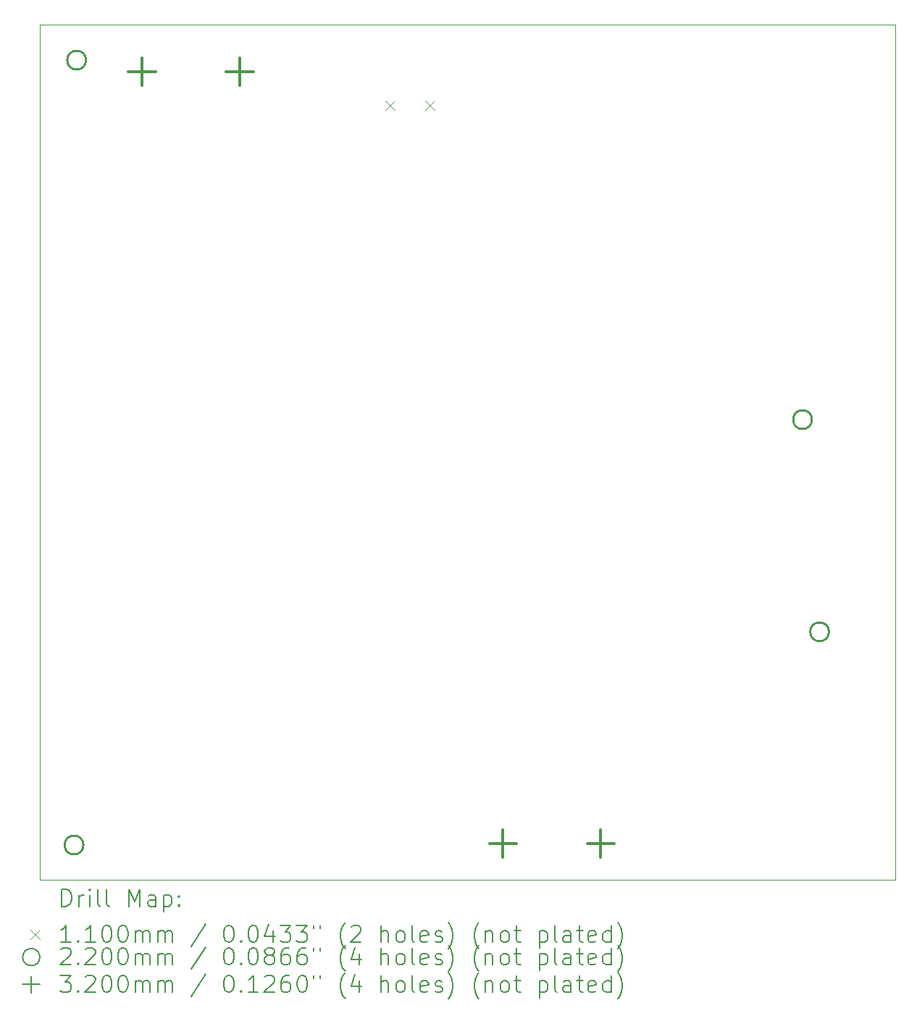
<source format=gbr>
%TF.GenerationSoftware,KiCad,Pcbnew,6.0.7*%
%TF.CreationDate,2022-10-22T12:45:51-05:00*%
%TF.ProjectId,EsquemaGeneral,45737175-656d-4614-9765-6e6572616c2e,rev?*%
%TF.SameCoordinates,Original*%
%TF.FileFunction,Drillmap*%
%TF.FilePolarity,Positive*%
%FSLAX45Y45*%
G04 Gerber Fmt 4.5, Leading zero omitted, Abs format (unit mm)*
G04 Created by KiCad (PCBNEW 6.0.7) date 2022-10-22 12:45:51*
%MOMM*%
%LPD*%
G01*
G04 APERTURE LIST*
%ADD10C,0.050000*%
%ADD11C,0.200000*%
%ADD12C,0.110000*%
%ADD13C,0.220000*%
%ADD14C,0.320000*%
G04 APERTURE END LIST*
D10*
X17754280Y-14085760D02*
X7756840Y-14085760D01*
X7756840Y-14085760D02*
X7756840Y-4098480D01*
X7756840Y-4098480D02*
X17754280Y-4098480D01*
X17754280Y-4098480D02*
X17754280Y-14085760D01*
D11*
D12*
X11796000Y-4984000D02*
X11906000Y-5094000D01*
X11906000Y-4984000D02*
X11796000Y-5094000D01*
X12256000Y-4984000D02*
X12366000Y-5094000D01*
X12366000Y-4984000D02*
X12256000Y-5094000D01*
D13*
X8264000Y-13683000D02*
G75*
G03*
X8264000Y-13683000I-110000J0D01*
G01*
X8295000Y-4513000D02*
G75*
G03*
X8295000Y-4513000I-110000J0D01*
G01*
X16780000Y-8713000D02*
G75*
G03*
X16780000Y-8713000I-110000J0D01*
G01*
X16979000Y-11192000D02*
G75*
G03*
X16979000Y-11192000I-110000J0D01*
G01*
D14*
X8949000Y-4489000D02*
X8949000Y-4809000D01*
X8789000Y-4649000D02*
X9109000Y-4649000D01*
X10092000Y-4489000D02*
X10092000Y-4809000D01*
X9932000Y-4649000D02*
X10252000Y-4649000D01*
X13168750Y-13508000D02*
X13168750Y-13828000D01*
X13008750Y-13668000D02*
X13328750Y-13668000D01*
X14311750Y-13508000D02*
X14311750Y-13828000D01*
X14151750Y-13668000D02*
X14471750Y-13668000D01*
D11*
X8011959Y-14398736D02*
X8011959Y-14198736D01*
X8059578Y-14198736D01*
X8088149Y-14208260D01*
X8107197Y-14227308D01*
X8116721Y-14246355D01*
X8126245Y-14284450D01*
X8126245Y-14313022D01*
X8116721Y-14351117D01*
X8107197Y-14370165D01*
X8088149Y-14389212D01*
X8059578Y-14398736D01*
X8011959Y-14398736D01*
X8211959Y-14398736D02*
X8211959Y-14265403D01*
X8211959Y-14303498D02*
X8221483Y-14284450D01*
X8231007Y-14274927D01*
X8250054Y-14265403D01*
X8269102Y-14265403D01*
X8335768Y-14398736D02*
X8335768Y-14265403D01*
X8335768Y-14198736D02*
X8326245Y-14208260D01*
X8335768Y-14217784D01*
X8345292Y-14208260D01*
X8335768Y-14198736D01*
X8335768Y-14217784D01*
X8459578Y-14398736D02*
X8440530Y-14389212D01*
X8431007Y-14370165D01*
X8431007Y-14198736D01*
X8564340Y-14398736D02*
X8545292Y-14389212D01*
X8535769Y-14370165D01*
X8535769Y-14198736D01*
X8792911Y-14398736D02*
X8792911Y-14198736D01*
X8859578Y-14341593D01*
X8926245Y-14198736D01*
X8926245Y-14398736D01*
X9107197Y-14398736D02*
X9107197Y-14293974D01*
X9097673Y-14274927D01*
X9078626Y-14265403D01*
X9040530Y-14265403D01*
X9021483Y-14274927D01*
X9107197Y-14389212D02*
X9088150Y-14398736D01*
X9040530Y-14398736D01*
X9021483Y-14389212D01*
X9011959Y-14370165D01*
X9011959Y-14351117D01*
X9021483Y-14332069D01*
X9040530Y-14322546D01*
X9088150Y-14322546D01*
X9107197Y-14313022D01*
X9202435Y-14265403D02*
X9202435Y-14465403D01*
X9202435Y-14274927D02*
X9221483Y-14265403D01*
X9259578Y-14265403D01*
X9278626Y-14274927D01*
X9288150Y-14284450D01*
X9297673Y-14303498D01*
X9297673Y-14360641D01*
X9288150Y-14379688D01*
X9278626Y-14389212D01*
X9259578Y-14398736D01*
X9221483Y-14398736D01*
X9202435Y-14389212D01*
X9383388Y-14379688D02*
X9392911Y-14389212D01*
X9383388Y-14398736D01*
X9373864Y-14389212D01*
X9383388Y-14379688D01*
X9383388Y-14398736D01*
X9383388Y-14274927D02*
X9392911Y-14284450D01*
X9383388Y-14293974D01*
X9373864Y-14284450D01*
X9383388Y-14274927D01*
X9383388Y-14293974D01*
D12*
X7644340Y-14673260D02*
X7754340Y-14783260D01*
X7754340Y-14673260D02*
X7644340Y-14783260D01*
D11*
X8116721Y-14818736D02*
X8002435Y-14818736D01*
X8059578Y-14818736D02*
X8059578Y-14618736D01*
X8040530Y-14647308D01*
X8021483Y-14666355D01*
X8002435Y-14675879D01*
X8202435Y-14799688D02*
X8211959Y-14809212D01*
X8202435Y-14818736D01*
X8192911Y-14809212D01*
X8202435Y-14799688D01*
X8202435Y-14818736D01*
X8402435Y-14818736D02*
X8288149Y-14818736D01*
X8345292Y-14818736D02*
X8345292Y-14618736D01*
X8326245Y-14647308D01*
X8307197Y-14666355D01*
X8288149Y-14675879D01*
X8526245Y-14618736D02*
X8545292Y-14618736D01*
X8564340Y-14628260D01*
X8573864Y-14637784D01*
X8583388Y-14656831D01*
X8592911Y-14694927D01*
X8592911Y-14742546D01*
X8583388Y-14780641D01*
X8573864Y-14799688D01*
X8564340Y-14809212D01*
X8545292Y-14818736D01*
X8526245Y-14818736D01*
X8507197Y-14809212D01*
X8497673Y-14799688D01*
X8488150Y-14780641D01*
X8478626Y-14742546D01*
X8478626Y-14694927D01*
X8488150Y-14656831D01*
X8497673Y-14637784D01*
X8507197Y-14628260D01*
X8526245Y-14618736D01*
X8716721Y-14618736D02*
X8735769Y-14618736D01*
X8754816Y-14628260D01*
X8764340Y-14637784D01*
X8773864Y-14656831D01*
X8783388Y-14694927D01*
X8783388Y-14742546D01*
X8773864Y-14780641D01*
X8764340Y-14799688D01*
X8754816Y-14809212D01*
X8735769Y-14818736D01*
X8716721Y-14818736D01*
X8697673Y-14809212D01*
X8688150Y-14799688D01*
X8678626Y-14780641D01*
X8669102Y-14742546D01*
X8669102Y-14694927D01*
X8678626Y-14656831D01*
X8688150Y-14637784D01*
X8697673Y-14628260D01*
X8716721Y-14618736D01*
X8869102Y-14818736D02*
X8869102Y-14685403D01*
X8869102Y-14704450D02*
X8878626Y-14694927D01*
X8897673Y-14685403D01*
X8926245Y-14685403D01*
X8945292Y-14694927D01*
X8954816Y-14713974D01*
X8954816Y-14818736D01*
X8954816Y-14713974D02*
X8964340Y-14694927D01*
X8983388Y-14685403D01*
X9011959Y-14685403D01*
X9031007Y-14694927D01*
X9040530Y-14713974D01*
X9040530Y-14818736D01*
X9135769Y-14818736D02*
X9135769Y-14685403D01*
X9135769Y-14704450D02*
X9145292Y-14694927D01*
X9164340Y-14685403D01*
X9192911Y-14685403D01*
X9211959Y-14694927D01*
X9221483Y-14713974D01*
X9221483Y-14818736D01*
X9221483Y-14713974D02*
X9231007Y-14694927D01*
X9250054Y-14685403D01*
X9278626Y-14685403D01*
X9297673Y-14694927D01*
X9307197Y-14713974D01*
X9307197Y-14818736D01*
X9697673Y-14609212D02*
X9526245Y-14866355D01*
X9954816Y-14618736D02*
X9973864Y-14618736D01*
X9992911Y-14628260D01*
X10002435Y-14637784D01*
X10011959Y-14656831D01*
X10021483Y-14694927D01*
X10021483Y-14742546D01*
X10011959Y-14780641D01*
X10002435Y-14799688D01*
X9992911Y-14809212D01*
X9973864Y-14818736D01*
X9954816Y-14818736D01*
X9935769Y-14809212D01*
X9926245Y-14799688D01*
X9916721Y-14780641D01*
X9907197Y-14742546D01*
X9907197Y-14694927D01*
X9916721Y-14656831D01*
X9926245Y-14637784D01*
X9935769Y-14628260D01*
X9954816Y-14618736D01*
X10107197Y-14799688D02*
X10116721Y-14809212D01*
X10107197Y-14818736D01*
X10097673Y-14809212D01*
X10107197Y-14799688D01*
X10107197Y-14818736D01*
X10240530Y-14618736D02*
X10259578Y-14618736D01*
X10278626Y-14628260D01*
X10288150Y-14637784D01*
X10297673Y-14656831D01*
X10307197Y-14694927D01*
X10307197Y-14742546D01*
X10297673Y-14780641D01*
X10288150Y-14799688D01*
X10278626Y-14809212D01*
X10259578Y-14818736D01*
X10240530Y-14818736D01*
X10221483Y-14809212D01*
X10211959Y-14799688D01*
X10202435Y-14780641D01*
X10192911Y-14742546D01*
X10192911Y-14694927D01*
X10202435Y-14656831D01*
X10211959Y-14637784D01*
X10221483Y-14628260D01*
X10240530Y-14618736D01*
X10478626Y-14685403D02*
X10478626Y-14818736D01*
X10431007Y-14609212D02*
X10383388Y-14752069D01*
X10507197Y-14752069D01*
X10564340Y-14618736D02*
X10688150Y-14618736D01*
X10621483Y-14694927D01*
X10650054Y-14694927D01*
X10669102Y-14704450D01*
X10678626Y-14713974D01*
X10688150Y-14733022D01*
X10688150Y-14780641D01*
X10678626Y-14799688D01*
X10669102Y-14809212D01*
X10650054Y-14818736D01*
X10592911Y-14818736D01*
X10573864Y-14809212D01*
X10564340Y-14799688D01*
X10754816Y-14618736D02*
X10878626Y-14618736D01*
X10811959Y-14694927D01*
X10840530Y-14694927D01*
X10859578Y-14704450D01*
X10869102Y-14713974D01*
X10878626Y-14733022D01*
X10878626Y-14780641D01*
X10869102Y-14799688D01*
X10859578Y-14809212D01*
X10840530Y-14818736D01*
X10783388Y-14818736D01*
X10764340Y-14809212D01*
X10754816Y-14799688D01*
X10954816Y-14618736D02*
X10954816Y-14656831D01*
X11031007Y-14618736D02*
X11031007Y-14656831D01*
X11326245Y-14894927D02*
X11316721Y-14885403D01*
X11297673Y-14856831D01*
X11288149Y-14837784D01*
X11278626Y-14809212D01*
X11269102Y-14761593D01*
X11269102Y-14723498D01*
X11278626Y-14675879D01*
X11288149Y-14647308D01*
X11297673Y-14628260D01*
X11316721Y-14599688D01*
X11326245Y-14590165D01*
X11392911Y-14637784D02*
X11402435Y-14628260D01*
X11421483Y-14618736D01*
X11469102Y-14618736D01*
X11488149Y-14628260D01*
X11497673Y-14637784D01*
X11507197Y-14656831D01*
X11507197Y-14675879D01*
X11497673Y-14704450D01*
X11383388Y-14818736D01*
X11507197Y-14818736D01*
X11745292Y-14818736D02*
X11745292Y-14618736D01*
X11831007Y-14818736D02*
X11831007Y-14713974D01*
X11821483Y-14694927D01*
X11802435Y-14685403D01*
X11773864Y-14685403D01*
X11754816Y-14694927D01*
X11745292Y-14704450D01*
X11954816Y-14818736D02*
X11935768Y-14809212D01*
X11926245Y-14799688D01*
X11916721Y-14780641D01*
X11916721Y-14723498D01*
X11926245Y-14704450D01*
X11935768Y-14694927D01*
X11954816Y-14685403D01*
X11983388Y-14685403D01*
X12002435Y-14694927D01*
X12011959Y-14704450D01*
X12021483Y-14723498D01*
X12021483Y-14780641D01*
X12011959Y-14799688D01*
X12002435Y-14809212D01*
X11983388Y-14818736D01*
X11954816Y-14818736D01*
X12135768Y-14818736D02*
X12116721Y-14809212D01*
X12107197Y-14790165D01*
X12107197Y-14618736D01*
X12288149Y-14809212D02*
X12269102Y-14818736D01*
X12231007Y-14818736D01*
X12211959Y-14809212D01*
X12202435Y-14790165D01*
X12202435Y-14713974D01*
X12211959Y-14694927D01*
X12231007Y-14685403D01*
X12269102Y-14685403D01*
X12288149Y-14694927D01*
X12297673Y-14713974D01*
X12297673Y-14733022D01*
X12202435Y-14752069D01*
X12373864Y-14809212D02*
X12392911Y-14818736D01*
X12431007Y-14818736D01*
X12450054Y-14809212D01*
X12459578Y-14790165D01*
X12459578Y-14780641D01*
X12450054Y-14761593D01*
X12431007Y-14752069D01*
X12402435Y-14752069D01*
X12383388Y-14742546D01*
X12373864Y-14723498D01*
X12373864Y-14713974D01*
X12383388Y-14694927D01*
X12402435Y-14685403D01*
X12431007Y-14685403D01*
X12450054Y-14694927D01*
X12526245Y-14894927D02*
X12535768Y-14885403D01*
X12554816Y-14856831D01*
X12564340Y-14837784D01*
X12573864Y-14809212D01*
X12583388Y-14761593D01*
X12583388Y-14723498D01*
X12573864Y-14675879D01*
X12564340Y-14647308D01*
X12554816Y-14628260D01*
X12535768Y-14599688D01*
X12526245Y-14590165D01*
X12888149Y-14894927D02*
X12878626Y-14885403D01*
X12859578Y-14856831D01*
X12850054Y-14837784D01*
X12840530Y-14809212D01*
X12831007Y-14761593D01*
X12831007Y-14723498D01*
X12840530Y-14675879D01*
X12850054Y-14647308D01*
X12859578Y-14628260D01*
X12878626Y-14599688D01*
X12888149Y-14590165D01*
X12964340Y-14685403D02*
X12964340Y-14818736D01*
X12964340Y-14704450D02*
X12973864Y-14694927D01*
X12992911Y-14685403D01*
X13021483Y-14685403D01*
X13040530Y-14694927D01*
X13050054Y-14713974D01*
X13050054Y-14818736D01*
X13173864Y-14818736D02*
X13154816Y-14809212D01*
X13145292Y-14799688D01*
X13135768Y-14780641D01*
X13135768Y-14723498D01*
X13145292Y-14704450D01*
X13154816Y-14694927D01*
X13173864Y-14685403D01*
X13202435Y-14685403D01*
X13221483Y-14694927D01*
X13231007Y-14704450D01*
X13240530Y-14723498D01*
X13240530Y-14780641D01*
X13231007Y-14799688D01*
X13221483Y-14809212D01*
X13202435Y-14818736D01*
X13173864Y-14818736D01*
X13297673Y-14685403D02*
X13373864Y-14685403D01*
X13326245Y-14618736D02*
X13326245Y-14790165D01*
X13335768Y-14809212D01*
X13354816Y-14818736D01*
X13373864Y-14818736D01*
X13592911Y-14685403D02*
X13592911Y-14885403D01*
X13592911Y-14694927D02*
X13611959Y-14685403D01*
X13650054Y-14685403D01*
X13669102Y-14694927D01*
X13678626Y-14704450D01*
X13688149Y-14723498D01*
X13688149Y-14780641D01*
X13678626Y-14799688D01*
X13669102Y-14809212D01*
X13650054Y-14818736D01*
X13611959Y-14818736D01*
X13592911Y-14809212D01*
X13802435Y-14818736D02*
X13783388Y-14809212D01*
X13773864Y-14790165D01*
X13773864Y-14618736D01*
X13964340Y-14818736D02*
X13964340Y-14713974D01*
X13954816Y-14694927D01*
X13935768Y-14685403D01*
X13897673Y-14685403D01*
X13878626Y-14694927D01*
X13964340Y-14809212D02*
X13945292Y-14818736D01*
X13897673Y-14818736D01*
X13878626Y-14809212D01*
X13869102Y-14790165D01*
X13869102Y-14771117D01*
X13878626Y-14752069D01*
X13897673Y-14742546D01*
X13945292Y-14742546D01*
X13964340Y-14733022D01*
X14031007Y-14685403D02*
X14107197Y-14685403D01*
X14059578Y-14618736D02*
X14059578Y-14790165D01*
X14069102Y-14809212D01*
X14088149Y-14818736D01*
X14107197Y-14818736D01*
X14250054Y-14809212D02*
X14231007Y-14818736D01*
X14192911Y-14818736D01*
X14173864Y-14809212D01*
X14164340Y-14790165D01*
X14164340Y-14713974D01*
X14173864Y-14694927D01*
X14192911Y-14685403D01*
X14231007Y-14685403D01*
X14250054Y-14694927D01*
X14259578Y-14713974D01*
X14259578Y-14733022D01*
X14164340Y-14752069D01*
X14431007Y-14818736D02*
X14431007Y-14618736D01*
X14431007Y-14809212D02*
X14411959Y-14818736D01*
X14373864Y-14818736D01*
X14354816Y-14809212D01*
X14345292Y-14799688D01*
X14335768Y-14780641D01*
X14335768Y-14723498D01*
X14345292Y-14704450D01*
X14354816Y-14694927D01*
X14373864Y-14685403D01*
X14411959Y-14685403D01*
X14431007Y-14694927D01*
X14507197Y-14894927D02*
X14516721Y-14885403D01*
X14535768Y-14856831D01*
X14545292Y-14837784D01*
X14554816Y-14809212D01*
X14564340Y-14761593D01*
X14564340Y-14723498D01*
X14554816Y-14675879D01*
X14545292Y-14647308D01*
X14535768Y-14628260D01*
X14516721Y-14599688D01*
X14507197Y-14590165D01*
X7754340Y-14992260D02*
G75*
G03*
X7754340Y-14992260I-100000J0D01*
G01*
X8002435Y-14901784D02*
X8011959Y-14892260D01*
X8031007Y-14882736D01*
X8078626Y-14882736D01*
X8097673Y-14892260D01*
X8107197Y-14901784D01*
X8116721Y-14920831D01*
X8116721Y-14939879D01*
X8107197Y-14968450D01*
X7992911Y-15082736D01*
X8116721Y-15082736D01*
X8202435Y-15063688D02*
X8211959Y-15073212D01*
X8202435Y-15082736D01*
X8192911Y-15073212D01*
X8202435Y-15063688D01*
X8202435Y-15082736D01*
X8288149Y-14901784D02*
X8297673Y-14892260D01*
X8316721Y-14882736D01*
X8364340Y-14882736D01*
X8383388Y-14892260D01*
X8392911Y-14901784D01*
X8402435Y-14920831D01*
X8402435Y-14939879D01*
X8392911Y-14968450D01*
X8278626Y-15082736D01*
X8402435Y-15082736D01*
X8526245Y-14882736D02*
X8545292Y-14882736D01*
X8564340Y-14892260D01*
X8573864Y-14901784D01*
X8583388Y-14920831D01*
X8592911Y-14958927D01*
X8592911Y-15006546D01*
X8583388Y-15044641D01*
X8573864Y-15063688D01*
X8564340Y-15073212D01*
X8545292Y-15082736D01*
X8526245Y-15082736D01*
X8507197Y-15073212D01*
X8497673Y-15063688D01*
X8488150Y-15044641D01*
X8478626Y-15006546D01*
X8478626Y-14958927D01*
X8488150Y-14920831D01*
X8497673Y-14901784D01*
X8507197Y-14892260D01*
X8526245Y-14882736D01*
X8716721Y-14882736D02*
X8735769Y-14882736D01*
X8754816Y-14892260D01*
X8764340Y-14901784D01*
X8773864Y-14920831D01*
X8783388Y-14958927D01*
X8783388Y-15006546D01*
X8773864Y-15044641D01*
X8764340Y-15063688D01*
X8754816Y-15073212D01*
X8735769Y-15082736D01*
X8716721Y-15082736D01*
X8697673Y-15073212D01*
X8688150Y-15063688D01*
X8678626Y-15044641D01*
X8669102Y-15006546D01*
X8669102Y-14958927D01*
X8678626Y-14920831D01*
X8688150Y-14901784D01*
X8697673Y-14892260D01*
X8716721Y-14882736D01*
X8869102Y-15082736D02*
X8869102Y-14949403D01*
X8869102Y-14968450D02*
X8878626Y-14958927D01*
X8897673Y-14949403D01*
X8926245Y-14949403D01*
X8945292Y-14958927D01*
X8954816Y-14977974D01*
X8954816Y-15082736D01*
X8954816Y-14977974D02*
X8964340Y-14958927D01*
X8983388Y-14949403D01*
X9011959Y-14949403D01*
X9031007Y-14958927D01*
X9040530Y-14977974D01*
X9040530Y-15082736D01*
X9135769Y-15082736D02*
X9135769Y-14949403D01*
X9135769Y-14968450D02*
X9145292Y-14958927D01*
X9164340Y-14949403D01*
X9192911Y-14949403D01*
X9211959Y-14958927D01*
X9221483Y-14977974D01*
X9221483Y-15082736D01*
X9221483Y-14977974D02*
X9231007Y-14958927D01*
X9250054Y-14949403D01*
X9278626Y-14949403D01*
X9297673Y-14958927D01*
X9307197Y-14977974D01*
X9307197Y-15082736D01*
X9697673Y-14873212D02*
X9526245Y-15130355D01*
X9954816Y-14882736D02*
X9973864Y-14882736D01*
X9992911Y-14892260D01*
X10002435Y-14901784D01*
X10011959Y-14920831D01*
X10021483Y-14958927D01*
X10021483Y-15006546D01*
X10011959Y-15044641D01*
X10002435Y-15063688D01*
X9992911Y-15073212D01*
X9973864Y-15082736D01*
X9954816Y-15082736D01*
X9935769Y-15073212D01*
X9926245Y-15063688D01*
X9916721Y-15044641D01*
X9907197Y-15006546D01*
X9907197Y-14958927D01*
X9916721Y-14920831D01*
X9926245Y-14901784D01*
X9935769Y-14892260D01*
X9954816Y-14882736D01*
X10107197Y-15063688D02*
X10116721Y-15073212D01*
X10107197Y-15082736D01*
X10097673Y-15073212D01*
X10107197Y-15063688D01*
X10107197Y-15082736D01*
X10240530Y-14882736D02*
X10259578Y-14882736D01*
X10278626Y-14892260D01*
X10288150Y-14901784D01*
X10297673Y-14920831D01*
X10307197Y-14958927D01*
X10307197Y-15006546D01*
X10297673Y-15044641D01*
X10288150Y-15063688D01*
X10278626Y-15073212D01*
X10259578Y-15082736D01*
X10240530Y-15082736D01*
X10221483Y-15073212D01*
X10211959Y-15063688D01*
X10202435Y-15044641D01*
X10192911Y-15006546D01*
X10192911Y-14958927D01*
X10202435Y-14920831D01*
X10211959Y-14901784D01*
X10221483Y-14892260D01*
X10240530Y-14882736D01*
X10421483Y-14968450D02*
X10402435Y-14958927D01*
X10392911Y-14949403D01*
X10383388Y-14930355D01*
X10383388Y-14920831D01*
X10392911Y-14901784D01*
X10402435Y-14892260D01*
X10421483Y-14882736D01*
X10459578Y-14882736D01*
X10478626Y-14892260D01*
X10488150Y-14901784D01*
X10497673Y-14920831D01*
X10497673Y-14930355D01*
X10488150Y-14949403D01*
X10478626Y-14958927D01*
X10459578Y-14968450D01*
X10421483Y-14968450D01*
X10402435Y-14977974D01*
X10392911Y-14987498D01*
X10383388Y-15006546D01*
X10383388Y-15044641D01*
X10392911Y-15063688D01*
X10402435Y-15073212D01*
X10421483Y-15082736D01*
X10459578Y-15082736D01*
X10478626Y-15073212D01*
X10488150Y-15063688D01*
X10497673Y-15044641D01*
X10497673Y-15006546D01*
X10488150Y-14987498D01*
X10478626Y-14977974D01*
X10459578Y-14968450D01*
X10669102Y-14882736D02*
X10631007Y-14882736D01*
X10611959Y-14892260D01*
X10602435Y-14901784D01*
X10583388Y-14930355D01*
X10573864Y-14968450D01*
X10573864Y-15044641D01*
X10583388Y-15063688D01*
X10592911Y-15073212D01*
X10611959Y-15082736D01*
X10650054Y-15082736D01*
X10669102Y-15073212D01*
X10678626Y-15063688D01*
X10688150Y-15044641D01*
X10688150Y-14997022D01*
X10678626Y-14977974D01*
X10669102Y-14968450D01*
X10650054Y-14958927D01*
X10611959Y-14958927D01*
X10592911Y-14968450D01*
X10583388Y-14977974D01*
X10573864Y-14997022D01*
X10859578Y-14882736D02*
X10821483Y-14882736D01*
X10802435Y-14892260D01*
X10792911Y-14901784D01*
X10773864Y-14930355D01*
X10764340Y-14968450D01*
X10764340Y-15044641D01*
X10773864Y-15063688D01*
X10783388Y-15073212D01*
X10802435Y-15082736D01*
X10840530Y-15082736D01*
X10859578Y-15073212D01*
X10869102Y-15063688D01*
X10878626Y-15044641D01*
X10878626Y-14997022D01*
X10869102Y-14977974D01*
X10859578Y-14968450D01*
X10840530Y-14958927D01*
X10802435Y-14958927D01*
X10783388Y-14968450D01*
X10773864Y-14977974D01*
X10764340Y-14997022D01*
X10954816Y-14882736D02*
X10954816Y-14920831D01*
X11031007Y-14882736D02*
X11031007Y-14920831D01*
X11326245Y-15158927D02*
X11316721Y-15149403D01*
X11297673Y-15120831D01*
X11288149Y-15101784D01*
X11278626Y-15073212D01*
X11269102Y-15025593D01*
X11269102Y-14987498D01*
X11278626Y-14939879D01*
X11288149Y-14911308D01*
X11297673Y-14892260D01*
X11316721Y-14863688D01*
X11326245Y-14854165D01*
X11488149Y-14949403D02*
X11488149Y-15082736D01*
X11440530Y-14873212D02*
X11392911Y-15016069D01*
X11516721Y-15016069D01*
X11745292Y-15082736D02*
X11745292Y-14882736D01*
X11831007Y-15082736D02*
X11831007Y-14977974D01*
X11821483Y-14958927D01*
X11802435Y-14949403D01*
X11773864Y-14949403D01*
X11754816Y-14958927D01*
X11745292Y-14968450D01*
X11954816Y-15082736D02*
X11935768Y-15073212D01*
X11926245Y-15063688D01*
X11916721Y-15044641D01*
X11916721Y-14987498D01*
X11926245Y-14968450D01*
X11935768Y-14958927D01*
X11954816Y-14949403D01*
X11983388Y-14949403D01*
X12002435Y-14958927D01*
X12011959Y-14968450D01*
X12021483Y-14987498D01*
X12021483Y-15044641D01*
X12011959Y-15063688D01*
X12002435Y-15073212D01*
X11983388Y-15082736D01*
X11954816Y-15082736D01*
X12135768Y-15082736D02*
X12116721Y-15073212D01*
X12107197Y-15054165D01*
X12107197Y-14882736D01*
X12288149Y-15073212D02*
X12269102Y-15082736D01*
X12231007Y-15082736D01*
X12211959Y-15073212D01*
X12202435Y-15054165D01*
X12202435Y-14977974D01*
X12211959Y-14958927D01*
X12231007Y-14949403D01*
X12269102Y-14949403D01*
X12288149Y-14958927D01*
X12297673Y-14977974D01*
X12297673Y-14997022D01*
X12202435Y-15016069D01*
X12373864Y-15073212D02*
X12392911Y-15082736D01*
X12431007Y-15082736D01*
X12450054Y-15073212D01*
X12459578Y-15054165D01*
X12459578Y-15044641D01*
X12450054Y-15025593D01*
X12431007Y-15016069D01*
X12402435Y-15016069D01*
X12383388Y-15006546D01*
X12373864Y-14987498D01*
X12373864Y-14977974D01*
X12383388Y-14958927D01*
X12402435Y-14949403D01*
X12431007Y-14949403D01*
X12450054Y-14958927D01*
X12526245Y-15158927D02*
X12535768Y-15149403D01*
X12554816Y-15120831D01*
X12564340Y-15101784D01*
X12573864Y-15073212D01*
X12583388Y-15025593D01*
X12583388Y-14987498D01*
X12573864Y-14939879D01*
X12564340Y-14911308D01*
X12554816Y-14892260D01*
X12535768Y-14863688D01*
X12526245Y-14854165D01*
X12888149Y-15158927D02*
X12878626Y-15149403D01*
X12859578Y-15120831D01*
X12850054Y-15101784D01*
X12840530Y-15073212D01*
X12831007Y-15025593D01*
X12831007Y-14987498D01*
X12840530Y-14939879D01*
X12850054Y-14911308D01*
X12859578Y-14892260D01*
X12878626Y-14863688D01*
X12888149Y-14854165D01*
X12964340Y-14949403D02*
X12964340Y-15082736D01*
X12964340Y-14968450D02*
X12973864Y-14958927D01*
X12992911Y-14949403D01*
X13021483Y-14949403D01*
X13040530Y-14958927D01*
X13050054Y-14977974D01*
X13050054Y-15082736D01*
X13173864Y-15082736D02*
X13154816Y-15073212D01*
X13145292Y-15063688D01*
X13135768Y-15044641D01*
X13135768Y-14987498D01*
X13145292Y-14968450D01*
X13154816Y-14958927D01*
X13173864Y-14949403D01*
X13202435Y-14949403D01*
X13221483Y-14958927D01*
X13231007Y-14968450D01*
X13240530Y-14987498D01*
X13240530Y-15044641D01*
X13231007Y-15063688D01*
X13221483Y-15073212D01*
X13202435Y-15082736D01*
X13173864Y-15082736D01*
X13297673Y-14949403D02*
X13373864Y-14949403D01*
X13326245Y-14882736D02*
X13326245Y-15054165D01*
X13335768Y-15073212D01*
X13354816Y-15082736D01*
X13373864Y-15082736D01*
X13592911Y-14949403D02*
X13592911Y-15149403D01*
X13592911Y-14958927D02*
X13611959Y-14949403D01*
X13650054Y-14949403D01*
X13669102Y-14958927D01*
X13678626Y-14968450D01*
X13688149Y-14987498D01*
X13688149Y-15044641D01*
X13678626Y-15063688D01*
X13669102Y-15073212D01*
X13650054Y-15082736D01*
X13611959Y-15082736D01*
X13592911Y-15073212D01*
X13802435Y-15082736D02*
X13783388Y-15073212D01*
X13773864Y-15054165D01*
X13773864Y-14882736D01*
X13964340Y-15082736D02*
X13964340Y-14977974D01*
X13954816Y-14958927D01*
X13935768Y-14949403D01*
X13897673Y-14949403D01*
X13878626Y-14958927D01*
X13964340Y-15073212D02*
X13945292Y-15082736D01*
X13897673Y-15082736D01*
X13878626Y-15073212D01*
X13869102Y-15054165D01*
X13869102Y-15035117D01*
X13878626Y-15016069D01*
X13897673Y-15006546D01*
X13945292Y-15006546D01*
X13964340Y-14997022D01*
X14031007Y-14949403D02*
X14107197Y-14949403D01*
X14059578Y-14882736D02*
X14059578Y-15054165D01*
X14069102Y-15073212D01*
X14088149Y-15082736D01*
X14107197Y-15082736D01*
X14250054Y-15073212D02*
X14231007Y-15082736D01*
X14192911Y-15082736D01*
X14173864Y-15073212D01*
X14164340Y-15054165D01*
X14164340Y-14977974D01*
X14173864Y-14958927D01*
X14192911Y-14949403D01*
X14231007Y-14949403D01*
X14250054Y-14958927D01*
X14259578Y-14977974D01*
X14259578Y-14997022D01*
X14164340Y-15016069D01*
X14431007Y-15082736D02*
X14431007Y-14882736D01*
X14431007Y-15073212D02*
X14411959Y-15082736D01*
X14373864Y-15082736D01*
X14354816Y-15073212D01*
X14345292Y-15063688D01*
X14335768Y-15044641D01*
X14335768Y-14987498D01*
X14345292Y-14968450D01*
X14354816Y-14958927D01*
X14373864Y-14949403D01*
X14411959Y-14949403D01*
X14431007Y-14958927D01*
X14507197Y-15158927D02*
X14516721Y-15149403D01*
X14535768Y-15120831D01*
X14545292Y-15101784D01*
X14554816Y-15073212D01*
X14564340Y-15025593D01*
X14564340Y-14987498D01*
X14554816Y-14939879D01*
X14545292Y-14911308D01*
X14535768Y-14892260D01*
X14516721Y-14863688D01*
X14507197Y-14854165D01*
X7654340Y-15212260D02*
X7654340Y-15412260D01*
X7554340Y-15312260D02*
X7754340Y-15312260D01*
X7992911Y-15202736D02*
X8116721Y-15202736D01*
X8050054Y-15278927D01*
X8078626Y-15278927D01*
X8097673Y-15288450D01*
X8107197Y-15297974D01*
X8116721Y-15317022D01*
X8116721Y-15364641D01*
X8107197Y-15383688D01*
X8097673Y-15393212D01*
X8078626Y-15402736D01*
X8021483Y-15402736D01*
X8002435Y-15393212D01*
X7992911Y-15383688D01*
X8202435Y-15383688D02*
X8211959Y-15393212D01*
X8202435Y-15402736D01*
X8192911Y-15393212D01*
X8202435Y-15383688D01*
X8202435Y-15402736D01*
X8288149Y-15221784D02*
X8297673Y-15212260D01*
X8316721Y-15202736D01*
X8364340Y-15202736D01*
X8383388Y-15212260D01*
X8392911Y-15221784D01*
X8402435Y-15240831D01*
X8402435Y-15259879D01*
X8392911Y-15288450D01*
X8278626Y-15402736D01*
X8402435Y-15402736D01*
X8526245Y-15202736D02*
X8545292Y-15202736D01*
X8564340Y-15212260D01*
X8573864Y-15221784D01*
X8583388Y-15240831D01*
X8592911Y-15278927D01*
X8592911Y-15326546D01*
X8583388Y-15364641D01*
X8573864Y-15383688D01*
X8564340Y-15393212D01*
X8545292Y-15402736D01*
X8526245Y-15402736D01*
X8507197Y-15393212D01*
X8497673Y-15383688D01*
X8488150Y-15364641D01*
X8478626Y-15326546D01*
X8478626Y-15278927D01*
X8488150Y-15240831D01*
X8497673Y-15221784D01*
X8507197Y-15212260D01*
X8526245Y-15202736D01*
X8716721Y-15202736D02*
X8735769Y-15202736D01*
X8754816Y-15212260D01*
X8764340Y-15221784D01*
X8773864Y-15240831D01*
X8783388Y-15278927D01*
X8783388Y-15326546D01*
X8773864Y-15364641D01*
X8764340Y-15383688D01*
X8754816Y-15393212D01*
X8735769Y-15402736D01*
X8716721Y-15402736D01*
X8697673Y-15393212D01*
X8688150Y-15383688D01*
X8678626Y-15364641D01*
X8669102Y-15326546D01*
X8669102Y-15278927D01*
X8678626Y-15240831D01*
X8688150Y-15221784D01*
X8697673Y-15212260D01*
X8716721Y-15202736D01*
X8869102Y-15402736D02*
X8869102Y-15269403D01*
X8869102Y-15288450D02*
X8878626Y-15278927D01*
X8897673Y-15269403D01*
X8926245Y-15269403D01*
X8945292Y-15278927D01*
X8954816Y-15297974D01*
X8954816Y-15402736D01*
X8954816Y-15297974D02*
X8964340Y-15278927D01*
X8983388Y-15269403D01*
X9011959Y-15269403D01*
X9031007Y-15278927D01*
X9040530Y-15297974D01*
X9040530Y-15402736D01*
X9135769Y-15402736D02*
X9135769Y-15269403D01*
X9135769Y-15288450D02*
X9145292Y-15278927D01*
X9164340Y-15269403D01*
X9192911Y-15269403D01*
X9211959Y-15278927D01*
X9221483Y-15297974D01*
X9221483Y-15402736D01*
X9221483Y-15297974D02*
X9231007Y-15278927D01*
X9250054Y-15269403D01*
X9278626Y-15269403D01*
X9297673Y-15278927D01*
X9307197Y-15297974D01*
X9307197Y-15402736D01*
X9697673Y-15193212D02*
X9526245Y-15450355D01*
X9954816Y-15202736D02*
X9973864Y-15202736D01*
X9992911Y-15212260D01*
X10002435Y-15221784D01*
X10011959Y-15240831D01*
X10021483Y-15278927D01*
X10021483Y-15326546D01*
X10011959Y-15364641D01*
X10002435Y-15383688D01*
X9992911Y-15393212D01*
X9973864Y-15402736D01*
X9954816Y-15402736D01*
X9935769Y-15393212D01*
X9926245Y-15383688D01*
X9916721Y-15364641D01*
X9907197Y-15326546D01*
X9907197Y-15278927D01*
X9916721Y-15240831D01*
X9926245Y-15221784D01*
X9935769Y-15212260D01*
X9954816Y-15202736D01*
X10107197Y-15383688D02*
X10116721Y-15393212D01*
X10107197Y-15402736D01*
X10097673Y-15393212D01*
X10107197Y-15383688D01*
X10107197Y-15402736D01*
X10307197Y-15402736D02*
X10192911Y-15402736D01*
X10250054Y-15402736D02*
X10250054Y-15202736D01*
X10231007Y-15231308D01*
X10211959Y-15250355D01*
X10192911Y-15259879D01*
X10383388Y-15221784D02*
X10392911Y-15212260D01*
X10411959Y-15202736D01*
X10459578Y-15202736D01*
X10478626Y-15212260D01*
X10488150Y-15221784D01*
X10497673Y-15240831D01*
X10497673Y-15259879D01*
X10488150Y-15288450D01*
X10373864Y-15402736D01*
X10497673Y-15402736D01*
X10669102Y-15202736D02*
X10631007Y-15202736D01*
X10611959Y-15212260D01*
X10602435Y-15221784D01*
X10583388Y-15250355D01*
X10573864Y-15288450D01*
X10573864Y-15364641D01*
X10583388Y-15383688D01*
X10592911Y-15393212D01*
X10611959Y-15402736D01*
X10650054Y-15402736D01*
X10669102Y-15393212D01*
X10678626Y-15383688D01*
X10688150Y-15364641D01*
X10688150Y-15317022D01*
X10678626Y-15297974D01*
X10669102Y-15288450D01*
X10650054Y-15278927D01*
X10611959Y-15278927D01*
X10592911Y-15288450D01*
X10583388Y-15297974D01*
X10573864Y-15317022D01*
X10811959Y-15202736D02*
X10831007Y-15202736D01*
X10850054Y-15212260D01*
X10859578Y-15221784D01*
X10869102Y-15240831D01*
X10878626Y-15278927D01*
X10878626Y-15326546D01*
X10869102Y-15364641D01*
X10859578Y-15383688D01*
X10850054Y-15393212D01*
X10831007Y-15402736D01*
X10811959Y-15402736D01*
X10792911Y-15393212D01*
X10783388Y-15383688D01*
X10773864Y-15364641D01*
X10764340Y-15326546D01*
X10764340Y-15278927D01*
X10773864Y-15240831D01*
X10783388Y-15221784D01*
X10792911Y-15212260D01*
X10811959Y-15202736D01*
X10954816Y-15202736D02*
X10954816Y-15240831D01*
X11031007Y-15202736D02*
X11031007Y-15240831D01*
X11326245Y-15478927D02*
X11316721Y-15469403D01*
X11297673Y-15440831D01*
X11288149Y-15421784D01*
X11278626Y-15393212D01*
X11269102Y-15345593D01*
X11269102Y-15307498D01*
X11278626Y-15259879D01*
X11288149Y-15231308D01*
X11297673Y-15212260D01*
X11316721Y-15183688D01*
X11326245Y-15174165D01*
X11488149Y-15269403D02*
X11488149Y-15402736D01*
X11440530Y-15193212D02*
X11392911Y-15336069D01*
X11516721Y-15336069D01*
X11745292Y-15402736D02*
X11745292Y-15202736D01*
X11831007Y-15402736D02*
X11831007Y-15297974D01*
X11821483Y-15278927D01*
X11802435Y-15269403D01*
X11773864Y-15269403D01*
X11754816Y-15278927D01*
X11745292Y-15288450D01*
X11954816Y-15402736D02*
X11935768Y-15393212D01*
X11926245Y-15383688D01*
X11916721Y-15364641D01*
X11916721Y-15307498D01*
X11926245Y-15288450D01*
X11935768Y-15278927D01*
X11954816Y-15269403D01*
X11983388Y-15269403D01*
X12002435Y-15278927D01*
X12011959Y-15288450D01*
X12021483Y-15307498D01*
X12021483Y-15364641D01*
X12011959Y-15383688D01*
X12002435Y-15393212D01*
X11983388Y-15402736D01*
X11954816Y-15402736D01*
X12135768Y-15402736D02*
X12116721Y-15393212D01*
X12107197Y-15374165D01*
X12107197Y-15202736D01*
X12288149Y-15393212D02*
X12269102Y-15402736D01*
X12231007Y-15402736D01*
X12211959Y-15393212D01*
X12202435Y-15374165D01*
X12202435Y-15297974D01*
X12211959Y-15278927D01*
X12231007Y-15269403D01*
X12269102Y-15269403D01*
X12288149Y-15278927D01*
X12297673Y-15297974D01*
X12297673Y-15317022D01*
X12202435Y-15336069D01*
X12373864Y-15393212D02*
X12392911Y-15402736D01*
X12431007Y-15402736D01*
X12450054Y-15393212D01*
X12459578Y-15374165D01*
X12459578Y-15364641D01*
X12450054Y-15345593D01*
X12431007Y-15336069D01*
X12402435Y-15336069D01*
X12383388Y-15326546D01*
X12373864Y-15307498D01*
X12373864Y-15297974D01*
X12383388Y-15278927D01*
X12402435Y-15269403D01*
X12431007Y-15269403D01*
X12450054Y-15278927D01*
X12526245Y-15478927D02*
X12535768Y-15469403D01*
X12554816Y-15440831D01*
X12564340Y-15421784D01*
X12573864Y-15393212D01*
X12583388Y-15345593D01*
X12583388Y-15307498D01*
X12573864Y-15259879D01*
X12564340Y-15231308D01*
X12554816Y-15212260D01*
X12535768Y-15183688D01*
X12526245Y-15174165D01*
X12888149Y-15478927D02*
X12878626Y-15469403D01*
X12859578Y-15440831D01*
X12850054Y-15421784D01*
X12840530Y-15393212D01*
X12831007Y-15345593D01*
X12831007Y-15307498D01*
X12840530Y-15259879D01*
X12850054Y-15231308D01*
X12859578Y-15212260D01*
X12878626Y-15183688D01*
X12888149Y-15174165D01*
X12964340Y-15269403D02*
X12964340Y-15402736D01*
X12964340Y-15288450D02*
X12973864Y-15278927D01*
X12992911Y-15269403D01*
X13021483Y-15269403D01*
X13040530Y-15278927D01*
X13050054Y-15297974D01*
X13050054Y-15402736D01*
X13173864Y-15402736D02*
X13154816Y-15393212D01*
X13145292Y-15383688D01*
X13135768Y-15364641D01*
X13135768Y-15307498D01*
X13145292Y-15288450D01*
X13154816Y-15278927D01*
X13173864Y-15269403D01*
X13202435Y-15269403D01*
X13221483Y-15278927D01*
X13231007Y-15288450D01*
X13240530Y-15307498D01*
X13240530Y-15364641D01*
X13231007Y-15383688D01*
X13221483Y-15393212D01*
X13202435Y-15402736D01*
X13173864Y-15402736D01*
X13297673Y-15269403D02*
X13373864Y-15269403D01*
X13326245Y-15202736D02*
X13326245Y-15374165D01*
X13335768Y-15393212D01*
X13354816Y-15402736D01*
X13373864Y-15402736D01*
X13592911Y-15269403D02*
X13592911Y-15469403D01*
X13592911Y-15278927D02*
X13611959Y-15269403D01*
X13650054Y-15269403D01*
X13669102Y-15278927D01*
X13678626Y-15288450D01*
X13688149Y-15307498D01*
X13688149Y-15364641D01*
X13678626Y-15383688D01*
X13669102Y-15393212D01*
X13650054Y-15402736D01*
X13611959Y-15402736D01*
X13592911Y-15393212D01*
X13802435Y-15402736D02*
X13783388Y-15393212D01*
X13773864Y-15374165D01*
X13773864Y-15202736D01*
X13964340Y-15402736D02*
X13964340Y-15297974D01*
X13954816Y-15278927D01*
X13935768Y-15269403D01*
X13897673Y-15269403D01*
X13878626Y-15278927D01*
X13964340Y-15393212D02*
X13945292Y-15402736D01*
X13897673Y-15402736D01*
X13878626Y-15393212D01*
X13869102Y-15374165D01*
X13869102Y-15355117D01*
X13878626Y-15336069D01*
X13897673Y-15326546D01*
X13945292Y-15326546D01*
X13964340Y-15317022D01*
X14031007Y-15269403D02*
X14107197Y-15269403D01*
X14059578Y-15202736D02*
X14059578Y-15374165D01*
X14069102Y-15393212D01*
X14088149Y-15402736D01*
X14107197Y-15402736D01*
X14250054Y-15393212D02*
X14231007Y-15402736D01*
X14192911Y-15402736D01*
X14173864Y-15393212D01*
X14164340Y-15374165D01*
X14164340Y-15297974D01*
X14173864Y-15278927D01*
X14192911Y-15269403D01*
X14231007Y-15269403D01*
X14250054Y-15278927D01*
X14259578Y-15297974D01*
X14259578Y-15317022D01*
X14164340Y-15336069D01*
X14431007Y-15402736D02*
X14431007Y-15202736D01*
X14431007Y-15393212D02*
X14411959Y-15402736D01*
X14373864Y-15402736D01*
X14354816Y-15393212D01*
X14345292Y-15383688D01*
X14335768Y-15364641D01*
X14335768Y-15307498D01*
X14345292Y-15288450D01*
X14354816Y-15278927D01*
X14373864Y-15269403D01*
X14411959Y-15269403D01*
X14431007Y-15278927D01*
X14507197Y-15478927D02*
X14516721Y-15469403D01*
X14535768Y-15440831D01*
X14545292Y-15421784D01*
X14554816Y-15393212D01*
X14564340Y-15345593D01*
X14564340Y-15307498D01*
X14554816Y-15259879D01*
X14545292Y-15231308D01*
X14535768Y-15212260D01*
X14516721Y-15183688D01*
X14507197Y-15174165D01*
M02*

</source>
